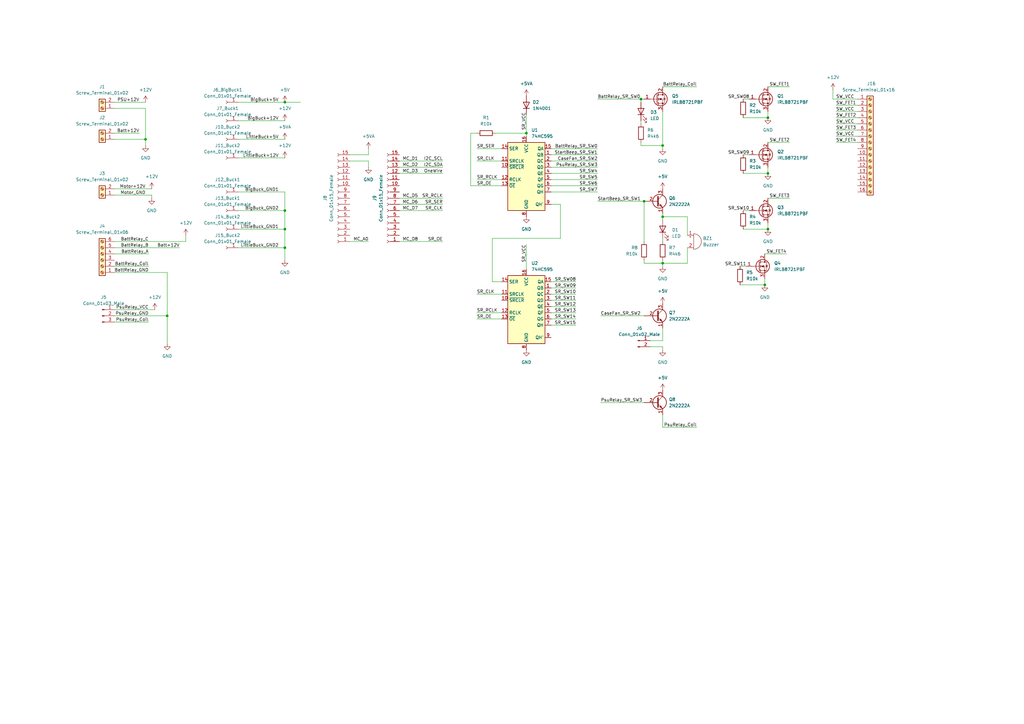
<source format=kicad_sch>
(kicad_sch (version 20211123) (generator eeschema)
  (paper "A3")
  (lib_symbols
    (symbol "74xx:74HC595"
      (property "Reference" "U" (at -7.62 13.97 0))
      (property "Value" "74HC595" (at -7.62 -16.51 0))
      (symbol "74HC595_1_0"
        (pin tri_state line (at 10.16 7.62 180) (length 2.54) (name "QB") (number "1"))
        (pin input line (at -10.16 2.54 0) (length 2.54) (name "~{SRCLR}") (number "10"))
        (pin input line (at -10.16 5.08 0) (length 2.54) (name "SRCLK") (number "11"))
        (pin input line (at -10.16 -2.54 0) (length 2.54) (name "RCLK") (number "12"))
        (pin input line (at -10.16 -5.08 0) (length 2.54) (name "~{OE}") (number "13"))
        (pin input line (at -10.16 10.16 0) (length 2.54) (name "SER") (number "14"))
        (pin tri_state line (at 10.16 10.16 180) (length 2.54) (name "QA") (number "15"))
        (pin power_in line (at 0 15.24 270) (length 2.54) (name "VCC") (number "16"))
        (pin tri_state line (at 10.16 5.08 180) (length 2.54) (name "QC") (number "2"))
        (pin tri_state line (at 10.16 2.54 180) (length 2.54) (name "QD") (number "3"))
        (pin tri_state line (at 10.16 0 180) (length 2.54) (name "QE") (number "4"))
        (pin tri_state line (at 10.16 -2.54 180) (length 2.54) (name "QF") (number "5"))
        (pin tri_state line (at 10.16 -5.08 180) (length 2.54) (name "QG") (number "6"))
        (pin tri_state line (at 10.16 -7.62 180) (length 2.54) (name "QH") (number "7"))
        (pin power_in line (at 0 -17.78 90) (length 2.54) (name "GND") (number "8"))
        (pin output line (at 10.16 -12.7 180) (length 2.54) (name "QH'") (number "9"))
      )
      (symbol "74HC595_1_1"
        (rectangle (start -7.62 12.7) (end 7.62 -15.24) (stroke (width 0.254)) (fill (type background)))
      )
    )
    (symbol "Connector:Conn_01x01_Female" (pin_names (offset 1.016) hide)
      (property "Reference" "J" (at 0 2.54 0))
      (property "Value" "Conn_01x01_Female" (at 0 -2.54 0))
      (symbol "Conn_01x01_Female_1_1"
        (polyline (pts (xy -1.27 0) (xy -0.508 0)) (stroke (width 0.1524)))
        (arc (start 0 0.508) (mid -0.508 0) (end 0 -0.508) (stroke (width 0.1524)))
        (pin passive line (at -5.08 0 0) (length 3.81) (name "Pin_1") (number "1"))
      )
    )
    (symbol "Connector:Conn_01x02_Male" (pin_names (offset 1.016) hide)
      (property "Reference" "J" (at 0 2.54 0))
      (property "Value" "Conn_01x02_Male" (at 0 -5.08 0))
      (symbol "Conn_01x02_Male_1_1"
        (polyline (pts (xy 1.27 -2.54) (xy 0.8636 -2.54)) (stroke (width 0.1524)))
        (polyline (pts (xy 1.27 0) (xy 0.8636 0)) (stroke (width 0.1524)))
        (rectangle (start 0.8636 -2.413) (end 0 -2.667) (stroke (width 0.1524)) (fill (type outline)))
        (rectangle (start 0.8636 0.127) (end 0 -0.127) (stroke (width 0.1524)) (fill (type outline)))
        (pin passive line (at 5.08 0 180) (length 3.81) (name "Pin_1") (number "1"))
        (pin passive line (at 5.08 -2.54 180) (length 3.81) (name "Pin_2") (number "2"))
      )
    )
    (symbol "Connector:Conn_01x03_Male" (pin_names (offset 1.016) hide)
      (property "Reference" "J" (at 0 5.08 0))
      (property "Value" "Conn_01x03_Male" (at 0 -5.08 0))
      (symbol "Conn_01x03_Male_1_1"
        (polyline (pts (xy 1.27 -2.54) (xy 0.8636 -2.54)) (stroke (width 0.1524)))
        (polyline (pts (xy 1.27 0) (xy 0.8636 0)) (stroke (width 0.1524)))
        (polyline (pts (xy 1.27 2.54) (xy 0.8636 2.54)) (stroke (width 0.1524)))
        (rectangle (start 0.8636 -2.413) (end 0 -2.667) (stroke (width 0.1524)) (fill (type outline)))
        (rectangle (start 0.8636 0.127) (end 0 -0.127) (stroke (width 0.1524)) (fill (type outline)))
        (rectangle (start 0.8636 2.667) (end 0 2.413) (stroke (width 0.1524)) (fill (type outline)))
        (pin passive line (at 5.08 2.54 180) (length 3.81) (name "Pin_1") (number "1"))
        (pin passive line (at 5.08 0 180) (length 3.81) (name "Pin_2") (number "2"))
        (pin passive line (at 5.08 -2.54 180) (length 3.81) (name "Pin_3") (number "3"))
      )
    )
    (symbol "Connector:Conn_01x15_Female" (pin_names (offset 1.016) hide)
      (property "Reference" "J" (at 0 20.32 0))
      (property "Value" "Conn_01x15_Female" (at 0 -20.32 0))
      (symbol "Conn_01x15_Female_1_1"
        (arc (start 0 -17.272) (mid -0.508 -17.78) (end 0 -18.288) (stroke (width 0.1524)))
        (arc (start 0 -14.732) (mid -0.508 -15.24) (end 0 -15.748) (stroke (width 0.1524)))
        (arc (start 0 -12.192) (mid -0.508 -12.7) (end 0 -13.208) (stroke (width 0.1524)))
        (arc (start 0 -9.652) (mid -0.508 -10.16) (end 0 -10.668) (stroke (width 0.1524)))
        (arc (start 0 -7.112) (mid -0.508 -7.62) (end 0 -8.128) (stroke (width 0.1524)))
        (arc (start 0 -4.572) (mid -0.508 -5.08) (end 0 -5.588) (stroke (width 0.1524)))
        (arc (start 0 -2.032) (mid -0.508 -2.54) (end 0 -3.048) (stroke (width 0.1524)))
        (polyline (pts (xy -1.27 -17.78) (xy -0.508 -17.78)) (stroke (width 0.1524)))
        (polyline (pts (xy -1.27 -15.24) (xy -0.508 -15.24)) (stroke (width 0.1524)))
        (polyline (pts (xy -1.27 -12.7) (xy -0.508 -12.7)) (stroke (width 0.1524)))
        (polyline (pts (xy -1.27 -10.16) (xy -0.508 -10.16)) (stroke (width 0.1524)))
        (polyline (pts (xy -1.27 -7.62) (xy -0.508 -7.62)) (stroke (width 0.1524)))
        (polyline (pts (xy -1.27 -5.08) (xy -0.508 -5.08)) (stroke (width 0.1524)))
        (polyline (pts (xy -1.27 -2.54) (xy -0.508 -2.54)) (stroke (width 0.1524)))
        (polyline (pts (xy -1.27 0) (xy -0.508 0)) (stroke (width 0.1524)))
        (polyline (pts (xy -1.27 2.54) (xy -0.508 2.54)) (stroke (width 0.1524)))
        (polyline (pts (xy -1.27 5.08) (xy -0.508 5.08)) (stroke (width 0.1524)))
        (polyline (pts (xy -1.27 7.62) (xy -0.508 7.62)) (stroke (width 0.1524)))
        (polyline (pts (xy -1.27 10.16) (xy -0.508 10.16)) (stroke (width 0.1524)))
        (polyline (pts (xy -1.27 12.7) (xy -0.508 12.7)) (stroke (width 0.1524)))
        (polyline (pts (xy -1.27 15.24) (xy -0.508 15.24)) (stroke (width 0.1524)))
        (polyline (pts (xy -1.27 17.78) (xy -0.508 17.78)) (stroke (width 0.1524)))
        (arc (start 0 0.508) (mid -0.508 0) (end 0 -0.508) (stroke (width 0.1524)))
        (arc (start 0 3.048) (mid -0.508 2.54) (end 0 2.032) (stroke (width 0.1524)))
        (arc (start 0 5.588) (mid -0.508 5.08) (end 0 4.572) (stroke (width 0.1524)))
        (arc (start 0 8.128) (mid -0.508 7.62) (end 0 7.112) (stroke (width 0.1524)))
        (arc (start 0 10.668) (mid -0.508 10.16) (end 0 9.652) (stroke (width 0.1524)))
        (arc (start 0 13.208) (mid -0.508 12.7) (end 0 12.192) (stroke (width 0.1524)))
        (arc (start 0 15.748) (mid -0.508 15.24) (end 0 14.732) (stroke (width 0.1524)))
        (arc (start 0 18.288) (mid -0.508 17.78) (end 0 17.272) (stroke (width 0.1524)))
        (pin passive line (at -5.08 17.78 0) (length 3.81) (name "Pin_1") (number "1"))
        (pin passive line (at -5.08 -5.08 0) (length 3.81) (name "Pin_10") (number "10"))
        (pin passive line (at -5.08 -7.62 0) (length 3.81) (name "Pin_11") (number "11"))
        (pin passive line (at -5.08 -10.16 0) (length 3.81) (name "Pin_12") (number "12"))
        (pin passive line (at -5.08 -12.7 0) (length 3.81) (name "Pin_13") (number "13"))
        (pin passive line (at -5.08 -15.24 0) (length 3.81) (name "Pin_14") (number "14"))
        (pin passive line (at -5.08 -17.78 0) (length 3.81) (name "Pin_15") (number "15"))
        (pin passive line (at -5.08 15.24 0) (length 3.81) (name "Pin_2") (number "2"))
        (pin passive line (at -5.08 12.7 0) (length 3.81) (name "Pin_3") (number "3"))
        (pin passive line (at -5.08 10.16 0) (length 3.81) (name "Pin_4") (number "4"))
        (pin passive line (at -5.08 7.62 0) (length 3.81) (name "Pin_5") (number "5"))
        (pin passive line (at -5.08 5.08 0) (length 3.81) (name "Pin_6") (number "6"))
        (pin passive line (at -5.08 2.54 0) (length 3.81) (name "Pin_7") (number "7"))
        (pin passive line (at -5.08 0 0) (length 3.81) (name "Pin_8") (number "8"))
        (pin passive line (at -5.08 -2.54 0) (length 3.81) (name "Pin_9") (number "9"))
      )
    )
    (symbol "Connector:Screw_Terminal_01x02" (pin_names (offset 1.016) hide)
      (property "Reference" "J" (at 0 2.54 0))
      (property "Value" "Screw_Terminal_01x02" (at 0 -5.08 0))
      (symbol "Screw_Terminal_01x02_1_1"
        (rectangle (start -1.27 1.27) (end 1.27 -3.81) (stroke (width 0.254)) (fill (type background)))
        (circle (center 0 -2.54) (radius 0.635) (stroke (width 0.1524)))
        (polyline (pts (xy -0.5334 -2.2098) (xy 0.3302 -3.048)) (stroke (width 0.1524)))
        (polyline (pts (xy -0.5334 0.3302) (xy 0.3302 -0.508)) (stroke (width 0.1524)))
        (polyline (pts (xy -0.3556 -2.032) (xy 0.508 -2.8702)) (stroke (width 0.1524)))
        (polyline (pts (xy -0.3556 0.508) (xy 0.508 -0.3302)) (stroke (width 0.1524)))
        (circle (center 0 0) (radius 0.635) (stroke (width 0.1524)))
        (pin passive line (at -5.08 0 0) (length 3.81) (name "Pin_1") (number "1"))
        (pin passive line (at -5.08 -2.54 0) (length 3.81) (name "Pin_2") (number "2"))
      )
    )
    (symbol "Connector:Screw_Terminal_01x06" (pin_names (offset 1.016) hide)
      (property "Reference" "J" (at 0 7.62 0))
      (property "Value" "Screw_Terminal_01x06" (at 0 -10.16 0))
      (symbol "Screw_Terminal_01x06_1_1"
        (rectangle (start -1.27 6.35) (end 1.27 -8.89) (stroke (width 0.254)) (fill (type background)))
        (circle (center 0 -7.62) (radius 0.635) (stroke (width 0.1524)))
        (circle (center 0 -5.08) (radius 0.635) (stroke (width 0.1524)))
        (circle (center 0 -2.54) (radius 0.635) (stroke (width 0.1524)))
        (polyline (pts (xy -0.5334 -7.2898) (xy 0.3302 -8.128)) (stroke (width 0.1524)))
        (polyline (pts (xy -0.5334 -4.7498) (xy 0.3302 -5.588)) (stroke (width 0.1524)))
        (polyline (pts (xy -0.5334 -2.2098) (xy 0.3302 -3.048)) (stroke (width 0.1524)))
        (polyline (pts (xy -0.5334 0.3302) (xy 0.3302 -0.508)) (stroke (width 0.1524)))
        (polyline (pts (xy -0.5334 2.8702) (xy 0.3302 2.032)) (stroke (width 0.1524)))
        (polyline (pts (xy -0.5334 5.4102) (xy 0.3302 4.572)) (stroke (width 0.1524)))
        (polyline (pts (xy -0.3556 -7.112) (xy 0.508 -7.9502)) (stroke (width 0.1524)))
        (polyline (pts (xy -0.3556 -4.572) (xy 0.508 -5.4102)) (stroke (width 0.1524)))
        (polyline (pts (xy -0.3556 -2.032) (xy 0.508 -2.8702)) (stroke (width 0.1524)))
        (polyline (pts (xy -0.3556 0.508) (xy 0.508 -0.3302)) (stroke (width 0.1524)))
        (polyline (pts (xy -0.3556 3.048) (xy 0.508 2.2098)) (stroke (width 0.1524)))
        (polyline (pts (xy -0.3556 5.588) (xy 0.508 4.7498)) (stroke (width 0.1524)))
        (circle (center 0 0) (radius 0.635) (stroke (width 0.1524)))
        (circle (center 0 2.54) (radius 0.635) (stroke (width 0.1524)))
        (circle (center 0 5.08) (radius 0.635) (stroke (width 0.1524)))
        (pin passive line (at -5.08 5.08 0) (length 3.81) (name "Pin_1") (number "1"))
        (pin passive line (at -5.08 2.54 0) (length 3.81) (name "Pin_2") (number "2"))
        (pin passive line (at -5.08 0 0) (length 3.81) (name "Pin_3") (number "3"))
        (pin passive line (at -5.08 -2.54 0) (length 3.81) (name "Pin_4") (number "4"))
        (pin passive line (at -5.08 -5.08 0) (length 3.81) (name "Pin_5") (number "5"))
        (pin passive line (at -5.08 -7.62 0) (length 3.81) (name "Pin_6") (number "6"))
      )
    )
    (symbol "Connector:Screw_Terminal_01x16" (pin_names (offset 1.016) hide)
      (property "Reference" "J" (at 0 20.32 0))
      (property "Value" "Screw_Terminal_01x16" (at 0 -22.86 0))
      (symbol "Screw_Terminal_01x16_1_1"
        (rectangle (start -1.27 19.05) (end 1.27 -21.59) (stroke (width 0.254)) (fill (type background)))
        (circle (center 0 -20.32) (radius 0.635) (stroke (width 0.1524)))
        (circle (center 0 -17.78) (radius 0.635) (stroke (width 0.1524)))
        (circle (center 0 -15.24) (radius 0.635) (stroke (width 0.1524)))
        (circle (center 0 -12.7) (radius 0.635) (stroke (width 0.1524)))
        (circle (center 0 -10.16) (radius 0.635) (stroke (width 0.1524)))
        (circle (center 0 -7.62) (radius 0.635) (stroke (width 0.1524)))
        (circle (center 0 -5.08) (radius 0.635) (stroke (width 0.1524)))
        (circle (center 0 -2.54) (radius 0.635) (stroke (width 0.1524)))
        (polyline (pts (xy -0.5334 -19.9898) (xy 0.3302 -20.828)) (stroke (width 0.1524)))
        (polyline (pts (xy -0.5334 -17.4498) (xy 0.3302 -18.288)) (stroke (width 0.1524)))
        (polyline (pts (xy -0.5334 -14.9098) (xy 0.3302 -15.748)) (stroke (width 0.1524)))
        (polyline (pts (xy -0.5334 -12.3698) (xy 0.3302 -13.208)) (stroke (width 0.1524)))
        (polyline (pts (xy -0.5334 -9.8298) (xy 0.3302 -10.668)) (stroke (width 0.1524)))
        (polyline (pts (xy -0.5334 -7.2898) (xy 0.3302 -8.128)) (stroke (width 0.1524)))
        (polyline (pts (xy -0.5334 -4.7498) (xy 0.3302 -5.588)) (stroke (width 0.1524)))
        (polyline (pts (xy -0.5334 -2.2098) (xy 0.3302 -3.048)) (stroke (width 0.1524)))
        (polyline (pts (xy -0.5334 0.3302) (xy 0.3302 -0.508)) (stroke (width 0.1524)))
        (polyline (pts (xy -0.5334 2.8702) (xy 0.3302 2.032)) (stroke (width 0.1524)))
        (polyline (pts (xy -0.5334 5.4102) (xy 0.3302 4.572)) (stroke (width 0.1524)))
        (polyline (pts (xy -0.5334 7.9502) (xy 0.3302 7.112)) (stroke (width 0.1524)))
        (polyline (pts (xy -0.5334 10.4902) (xy 0.3302 9.652)) (stroke (width 0.1524)))
        (polyline (pts (xy -0.5334 13.0302) (xy 0.3302 12.192)) (stroke (width 0.1524)))
        (polyline (pts (xy -0.5334 15.5702) (xy 0.3302 14.732)) (stroke (width 0.1524)))
        (polyline (pts (xy -0.5334 18.1102) (xy 0.3302 17.272)) (stroke (width 0.1524)))
        (polyline (pts (xy -0.3556 -19.812) (xy 0.508 -20.6502)) (stroke (width 0.1524)))
        (polyline (pts (xy -0.3556 -17.272) (xy 0.508 -18.1102)) (stroke (width 0.1524)))
        (polyline (pts (xy -0.3556 -14.732) (xy 0.508 -15.5702)) (stroke (width 0.1524)))
        (polyline (pts (xy -0.3556 -12.192) (xy 0.508 -13.0302)) (stroke (width 0.1524)))
        (polyline (pts (xy -0.3556 -9.652) (xy 0.508 -10.4902)) (stroke (width 0.1524)))
        (polyline (pts (xy -0.3556 -7.112) (xy 0.508 -7.9502)) (stroke (width 0.1524)))
        (polyline (pts (xy -0.3556 -4.572) (xy 0.508 -5.4102)) (stroke (width 0.1524)))
        (polyline (pts (xy -0.3556 -2.032) (xy 0.508 -2.8702)) (stroke (width 0.1524)))
        (polyline (pts (xy -0.3556 0.508) (xy 0.508 -0.3302)) (stroke (width 0.1524)))
        (polyline (pts (xy -0.3556 3.048) (xy 0.508 2.2098)) (stroke (width 0.1524)))
        (polyline (pts (xy -0.3556 5.588) (xy 0.508 4.7498)) (stroke (width 0.1524)))
        (polyline (pts (xy -0.3556 8.128) (xy 0.508 7.2898)) (stroke (width 0.1524)))
        (polyline (pts (xy -0.3556 10.668) (xy 0.508 9.8298)) (stroke (width 0.1524)))
        (polyline (pts (xy -0.3556 13.208) (xy 0.508 12.3698)) (stroke (width 0.1524)))
        (polyline (pts (xy -0.3556 15.748) (xy 0.508 14.9098)) (stroke (width 0.1524)))
        (polyline (pts (xy -0.3556 18.288) (xy 0.508 17.4498)) (stroke (width 0.1524)))
        (circle (center 0 0) (radius 0.635) (stroke (width 0.1524)))
        (circle (center 0 2.54) (radius 0.635) (stroke (width 0.1524)))
        (circle (center 0 5.08) (radius 0.635) (stroke (width 0.1524)))
        (circle (center 0 7.62) (radius 0.635) (stroke (width 0.1524)))
        (circle (center 0 10.16) (radius 0.635) (stroke (width 0.1524)))
        (circle (center 0 12.7) (radius 0.635) (stroke (width 0.1524)))
        (circle (center 0 15.24) (radius 0.635) (stroke (width 0.1524)))
        (circle (center 0 17.78) (radius 0.635) (stroke (width 0.1524)))
        (pin passive line (at -5.08 17.78 0) (length 3.81) (name "Pin_1") (number "1"))
        (pin passive line (at -5.08 -5.08 0) (length 3.81) (name "Pin_10") (number "10"))
        (pin passive line (at -5.08 -7.62 0) (length 3.81) (name "Pin_11") (number "11"))
        (pin passive line (at -5.08 -10.16 0) (length 3.81) (name "Pin_12") (number "12"))
        (pin passive line (at -5.08 -12.7 0) (length 3.81) (name "Pin_13") (number "13"))
        (pin passive line (at -5.08 -15.24 0) (length 3.81) (name "Pin_14") (number "14"))
        (pin passive line (at -5.08 -17.78 0) (length 3.81) (name "Pin_15") (number "15"))
        (pin passive line (at -5.08 -20.32 0) (length 3.81) (name "Pin_16") (number "16"))
        (pin passive line (at -5.08 15.24 0) (length 3.81) (name "Pin_2") (number "2"))
        (pin passive line (at -5.08 12.7 0) (length 3.81) (name "Pin_3") (number "3"))
        (pin passive line (at -5.08 10.16 0) (length 3.81) (name "Pin_4") (number "4"))
        (pin passive line (at -5.08 7.62 0) (length 3.81) (name "Pin_5") (number "5"))
        (pin passive line (at -5.08 5.08 0) (length 3.81) (name "Pin_6") (number "6"))
        (pin passive line (at -5.08 2.54 0) (length 3.81) (name "Pin_7") (number "7"))
        (pin passive line (at -5.08 0 0) (length 3.81) (name "Pin_8") (number "8"))
        (pin passive line (at -5.08 -2.54 0) (length 3.81) (name "Pin_9") (number "9"))
      )
    )
    (symbol "Device:Buzzer" (pin_names (offset 0.0254) hide)
      (property "Reference" "BZ" (at 3.81 1.27 0))
      (property "Value" "Buzzer" (at 3.81 -1.27 0))
      (symbol "Buzzer_0_1"
        (arc (start 0 -3.175) (mid 3.175 0) (end 0 3.175))
        (polyline (pts (xy -1.651 1.905) (xy -1.143 1.905)))
        (polyline (pts (xy -1.397 2.159) (xy -1.397 1.651)))
        (polyline (pts (xy 0 3.175) (xy 0 -3.175)))
      )
      (symbol "Buzzer_1_1"
        (pin passive line (at -2.54 2.54 0) (length 2.54) (name "-") (number "1"))
        (pin passive line (at -2.54 -2.54 0) (length 2.54) (name "+") (number "2"))
      )
    )
    (symbol "Device:LED" (pin_numbers hide) (pin_names (offset 1.016) hide)
      (property "Reference" "D" (at 0 2.54 0))
      (property "Value" "LED" (at 0 -2.54 0))
      (symbol "LED_0_1"
        (polyline (pts (xy -1.27 -1.27) (xy -1.27 1.27)) (stroke (width 0.254)))
        (polyline (pts (xy -1.27 0) (xy 1.27 0)))
        (polyline (pts (xy 1.27 -1.27) (xy 1.27 1.27) (xy -1.27 0) (xy 1.27 -1.27)) (stroke (width 0.254)))
        (polyline (pts (xy -3.048 -0.762) (xy -4.572 -2.286) (xy -3.81 -2.286) (xy -4.572 -2.286) (xy -4.572 -1.524)))
        (polyline (pts (xy -1.778 -0.762) (xy -3.302 -2.286) (xy -2.54 -2.286) (xy -3.302 -2.286) (xy -3.302 -1.524)))
      )
      (symbol "LED_1_1"
        (pin passive line (at -3.81 0 0) (length 2.54) (name "K") (number "1"))
        (pin passive line (at 3.81 0 180) (length 2.54) (name "A") (number "2"))
      )
    )
    (symbol "Device:R" (pin_numbers hide) (pin_names (offset 0))
      (property "Reference" "R" (at 2.032 0 90))
      (property "Value" "R" (at 0 0 90))
      (symbol "R_0_1"
        (rectangle (start -1.016 -2.54) (end 1.016 2.54) (stroke (width 0.254)))
      )
      (symbol "R_1_1"
        (pin passive line (at 0 3.81 270) (length 1.27) (name "~") (number "1"))
        (pin passive line (at 0 -3.81 90) (length 1.27) (name "~") (number "2"))
      )
    )
    (symbol "Diode:1N4001" (pin_numbers hide) (pin_names (offset 1.016) hide)
      (property "Reference" "D" (at 0 2.54 0))
      (property "Value" "1N4001" (at 0 -2.54 0))
      (symbol "1N4001_0_1"
        (polyline (pts (xy -1.27 1.27) (xy -1.27 -1.27)) (stroke (width 0.254)))
        (polyline (pts (xy 1.27 0) (xy -1.27 0)))
        (polyline (pts (xy 1.27 1.27) (xy 1.27 -1.27) (xy -1.27 0) (xy 1.27 1.27)) (stroke (width 0.254)))
      )
      (symbol "1N4001_1_1"
        (pin passive line (at -3.81 0 0) (length 2.54) (name "K") (number "1"))
        (pin passive line (at 3.81 0 180) (length 2.54) (name "A") (number "2"))
      )
    )
    (symbol "Nick:2N2222A" (pin_names (offset 0) hide)
      (property "Reference" "Q" (at 5.08 1.905 0))
      (property "Value" "2N2222A" (at 5.08 0 0))
      (symbol "2N2222A_0_1"
        (polyline (pts (xy 0.635 0.635) (xy 2.54 2.54)))
        (polyline (pts (xy 0.635 -0.635) (xy 2.54 -2.54) (xy 2.54 -2.54)))
        (polyline (pts (xy 0.635 1.905) (xy 0.635 -1.905) (xy 0.635 -1.905)) (stroke (width 0.508)))
        (polyline (pts (xy 1.27 -1.778) (xy 1.778 -1.27) (xy 2.286 -2.286) (xy 1.27 -1.778) (xy 1.27 -1.778)) (fill (type outline)))
        (circle (center 1.27 0) (radius 2.8194) (stroke (width 0.254)))
      )
      (symbol "2N2222A_1_1"
        (pin passive line (at 2.54 -5.08 90) (length 2.54) (name "E") (number "1"))
        (pin passive line (at -5.08 0 0) (length 5.715) (name "B") (number "2"))
        (pin passive line (at 2.54 5.08 270) (length 2.54) (name "C") (number "3"))
      )
    )
    (symbol "Transistor_FET:IRLB8721PBF" (pin_names hide)
      (property "Reference" "Q" (at 6.35 1.905 0))
      (property "Value" "IRLB8721PBF" (at 6.35 0 0))
      (symbol "IRLB8721PBF_0_1"
        (polyline (pts (xy 0.254 0) (xy -2.54 0)))
        (polyline (pts (xy 0.254 1.905) (xy 0.254 -1.905)) (stroke (width 0.254)))
        (polyline (pts (xy 0.762 -1.27) (xy 0.762 -2.286)) (stroke (width 0.254)))
        (polyline (pts (xy 0.762 0.508) (xy 0.762 -0.508)) (stroke (width 0.254)))
        (polyline (pts (xy 0.762 2.286) (xy 0.762 1.27)) (stroke (width 0.254)))
        (polyline (pts (xy 2.54 2.54) (xy 2.54 1.778)))
        (polyline (pts (xy 2.54 -2.54) (xy 2.54 0) (xy 0.762 0)))
        (polyline (pts (xy 0.762 -1.778) (xy 3.302 -1.778) (xy 3.302 1.778) (xy 0.762 1.778)))
        (polyline (pts (xy 1.016 0) (xy 2.032 0.381) (xy 2.032 -0.381) (xy 1.016 0)) (fill (type outline)))
        (polyline (pts (xy 2.794 0.508) (xy 2.921 0.381) (xy 3.683 0.381) (xy 3.81 0.254)))
        (polyline (pts (xy 3.302 0.381) (xy 2.921 -0.254) (xy 3.683 -0.254) (xy 3.302 0.381)))
        (circle (center 1.651 0) (radius 2.794) (stroke (width 0.254)))
        (circle (center 2.54 -1.778) (radius 0.254) (fill (type outline)))
        (circle (center 2.54 1.778) (radius 0.254) (fill (type outline)))
      )
      (symbol "IRLB8721PBF_1_1"
        (pin input line (at -5.08 0 0) (length 2.54) (name "G") (number "1"))
        (pin passive line (at 2.54 5.08 270) (length 2.54) (name "D") (number "2"))
        (pin passive line (at 2.54 -5.08 90) (length 2.54) (name "S") (number "3"))
      )
    )
    (symbol "power:+12V" (power) (pin_names (offset 0))
      (property "Value" "+12V" (at 0 3.556 0))
      (symbol "+12V_0_1"
        (polyline (pts (xy -0.762 1.27) (xy 0 2.54)))
        (polyline (pts (xy 0 0) (xy 0 2.54)))
        (polyline (pts (xy 0 2.54) (xy 0.762 1.27)))
      )
      (symbol "+12V_1_1"
        (pin power_in line (at 0 0 90) (length 0) hide (name "+12V") (number "1"))
      )
    )
    (symbol "power:+5V" (power) (pin_names (offset 0))
      (property "Value" "+5V" (at 0 3.556 0))
      (symbol "+5V_0_1"
        (polyline (pts (xy -0.762 1.27) (xy 0 2.54)))
        (polyline (pts (xy 0 0) (xy 0 2.54)))
        (polyline (pts (xy 0 2.54) (xy 0.762 1.27)))
      )
      (symbol "+5V_1_1"
        (pin power_in line (at 0 0 90) (length 0) hide (name "+5V") (number "1"))
      )
    )
    (symbol "power:+5VA" (power) (pin_names (offset 0))
      (property "Value" "+5VA" (at 0 3.556 0))
      (symbol "+5VA_0_1"
        (polyline (pts (xy -0.762 1.27) (xy 0 2.54)))
        (polyline (pts (xy 0 0) (xy 0 2.54)))
        (polyline (pts (xy 0 2.54) (xy 0.762 1.27)))
      )
      (symbol "+5VA_1_1"
        (pin power_in line (at 0 0 90) (length 0) hide (name "+5VA") (number "1"))
      )
    )
    (symbol "power:GND" (power) (pin_names (offset 0))
      (property "Value" "GND" (at 0 -3.81 0))
      (symbol "GND_0_1"
        (polyline (pts (xy 0 0) (xy 0 -1.27) (xy 1.27 -1.27) (xy 0 -2.54) (xy -1.27 -1.27) (xy 0 -1.27)))
      )
      (symbol "GND_1_1"
        (pin power_in line (at 0 0 270) (length 0) hide (name "GND") (number "1"))
      )
    )
  )
  (junction (at 116.84 86.36))
  (junction (at 262.89 40.64))
  (junction (at 314.96 48.26))
  (junction (at 59.69 57.15))
  (junction (at 271.78 88.9))
  (junction (at 68.58 129.54))
  (junction (at 271.78 59.69))
  (junction (at 313.69 116.84))
  (junction (at 314.96 71.12))
  (junction (at 116.84 101.6))
  (junction (at 271.78 107.95))
  (junction (at 116.84 93.98))
  (junction (at 264.16 82.55))
  (junction (at 116.84 41.91))
  (junction (at 314.96 93.98))
  (junction (at 215.9 54.61))
  (wire (pts (xy 59.69 44.45) (xy 59.69 57.15)))
  (wire (pts (xy 271.78 175.26) (xy 285.75 175.26)))
  (wire (pts (xy 163.83 83.82) (xy 181.61 83.82)))
  (wire (pts (xy 195.58 130.81) (xy 205.74 130.81)))
  (wire (pts (xy 262.89 58.42) (xy 262.89 59.69)))
  (wire (pts (xy 271.78 88.9) (xy 271.78 87.63)))
  (wire (pts (xy 46.99 41.91) (xy 59.69 41.91)))
  (wire (pts (xy 229.87 97.79) (xy 201.93 97.79)))
  (wire (pts (xy 271.78 88.9) (xy 281.94 88.9)))
  (wire (pts (xy 264.16 82.55) (xy 264.16 99.06)))
  (wire (pts (xy 271.78 99.06) (xy 271.78 97.79)))
  (wire (pts (xy 266.7 142.24) (xy 271.78 142.24)))
  (wire (pts (xy 271.78 142.24) (xy 271.78 143.51)))
  (wire (pts (xy 151.13 66.04) (xy 151.13 68.58)))
  (wire (pts (xy 143.51 99.06) (xy 151.13 99.06)))
  (wire (pts (xy 246.38 129.54) (xy 264.16 129.54)))
  (wire (pts (xy 97.79 57.15) (xy 116.84 57.15)))
  (wire (pts (xy 226.06 125.73) (xy 236.22 125.73)))
  (wire (pts (xy 116.84 86.36) (xy 116.84 93.98)))
  (wire (pts (xy 245.11 82.55) (xy 264.16 82.55)))
  (wire (pts (xy 342.9 48.26) (xy 351.79 48.26)))
  (wire (pts (xy 226.06 60.96) (xy 245.11 60.96)))
  (wire (pts (xy 97.79 93.98) (xy 116.84 93.98)))
  (wire (pts (xy 264.16 107.95) (xy 271.78 107.95)))
  (wire (pts (xy 116.84 41.91) (xy 123.19 41.91)))
  (wire (pts (xy 226.06 120.65) (xy 236.22 120.65)))
  (wire (pts (xy 271.78 45.72) (xy 271.78 59.69)))
  (wire (pts (xy 307.34 86.36) (xy 304.8 86.36)))
  (wire (pts (xy 307.34 40.64) (xy 304.8 40.64)))
  (wire (pts (xy 116.84 93.98) (xy 116.84 101.6)))
  (wire (pts (xy 97.79 64.77) (xy 116.84 64.77)))
  (wire (pts (xy 226.06 66.04) (xy 245.11 66.04)))
  (wire (pts (xy 203.2 54.61) (xy 215.9 54.61)))
  (wire (pts (xy 151.13 63.5) (xy 151.13 60.96)))
  (wire (pts (xy 306.07 109.22) (xy 303.53 109.22)))
  (wire (pts (xy 46.99 80.01) (xy 62.23 80.01)))
  (wire (pts (xy 245.11 40.64) (xy 262.89 40.64)))
  (wire (pts (xy 97.79 49.53) (xy 116.84 49.53)))
  (wire (pts (xy 226.06 63.5) (xy 245.11 63.5)))
  (wire (pts (xy 215.9 46.99) (xy 215.9 54.61)))
  (wire (pts (xy 226.06 118.11) (xy 236.22 118.11)))
  (wire (pts (xy 226.06 130.81) (xy 236.22 130.81)))
  (wire (pts (xy 313.69 104.14) (xy 322.58 104.14)))
  (wire (pts (xy 226.06 83.82) (xy 229.87 83.82)))
  (wire (pts (xy 193.04 54.61) (xy 193.04 76.2)))
  (wire (pts (xy 271.78 90.17) (xy 271.78 88.9)))
  (wire (pts (xy 226.06 71.12) (xy 245.11 71.12)))
  (wire (pts (xy 262.89 40.64) (xy 264.16 40.64)))
  (wire (pts (xy 163.83 86.36) (xy 181.61 86.36)))
  (wire (pts (xy 246.38 165.1) (xy 264.16 165.1)))
  (wire (pts (xy 342.9 55.88) (xy 351.79 55.88)))
  (wire (pts (xy 271.78 109.22) (xy 271.78 107.95)))
  (wire (pts (xy 226.06 73.66) (xy 245.11 73.66)))
  (wire (pts (xy 163.83 99.06) (xy 181.61 99.06)))
  (wire (pts (xy 46.99 44.45) (xy 59.69 44.45)))
  (wire (pts (xy 271.78 139.7) (xy 266.7 139.7)))
  (wire (pts (xy 342.9 58.42) (xy 351.79 58.42)))
  (wire (pts (xy 163.83 68.58) (xy 181.61 68.58)))
  (wire (pts (xy 97.79 78.74) (xy 116.84 78.74)))
  (wire (pts (xy 59.69 57.15) (xy 59.69 59.69)))
  (wire (pts (xy 341.63 36.83) (xy 341.63 40.64)))
  (wire (pts (xy 271.78 107.95) (xy 281.94 107.95)))
  (wire (pts (xy 271.78 35.56) (xy 285.75 35.56)))
  (wire (pts (xy 195.58 60.96) (xy 205.74 60.96)))
  (wire (pts (xy 342.9 50.8) (xy 351.79 50.8)))
  (wire (pts (xy 226.06 128.27) (xy 236.22 128.27)))
  (wire (pts (xy 307.34 63.5) (xy 304.8 63.5)))
  (wire (pts (xy 281.94 101.6) (xy 281.94 107.95)))
  (wire (pts (xy 62.23 80.01) (xy 62.23 81.28)))
  (wire (pts (xy 163.83 71.12) (xy 181.61 71.12)))
  (wire (pts (xy 262.89 49.53) (xy 262.89 50.8)))
  (wire (pts (xy 143.51 63.5) (xy 151.13 63.5)))
  (wire (pts (xy 226.06 133.35) (xy 236.22 133.35)))
  (wire (pts (xy 46.99 57.15) (xy 59.69 57.15)))
  (wire (pts (xy 46.99 127) (xy 63.5 127)))
  (wire (pts (xy 281.94 88.9) (xy 281.94 96.52)))
  (wire (pts (xy 303.53 116.84) (xy 313.69 116.84)))
  (wire (pts (xy 314.96 93.98) (xy 314.96 91.44)))
  (wire (pts (xy 76.2 96.52) (xy 76.2 99.06)))
  (wire (pts (xy 195.58 120.65) (xy 205.74 120.65)))
  (wire (pts (xy 304.8 48.26) (xy 314.96 48.26)))
  (wire (pts (xy 195.58 54.61) (xy 193.04 54.61)))
  (wire (pts (xy 314.96 58.42) (xy 323.85 58.42)))
  (wire (pts (xy 195.58 73.66) (xy 205.74 73.66)))
  (wire (pts (xy 195.58 128.27) (xy 205.74 128.27)))
  (wire (pts (xy 46.99 129.54) (xy 68.58 129.54)))
  (wire (pts (xy 116.84 101.6) (xy 116.84 106.68)))
  (wire (pts (xy 229.87 83.82) (xy 229.87 97.79)))
  (wire (pts (xy 46.99 104.14) (xy 60.96 104.14)))
  (wire (pts (xy 342.9 45.72) (xy 351.79 45.72)))
  (wire (pts (xy 97.79 86.36) (xy 116.84 86.36)))
  (wire (pts (xy 201.93 97.79) (xy 201.93 115.57)))
  (wire (pts (xy 314.96 71.12) (xy 314.96 68.58)))
  (wire (pts (xy 116.84 78.74) (xy 116.84 86.36)))
  (wire (pts (xy 143.51 66.04) (xy 151.13 66.04)))
  (wire (pts (xy 262.89 41.91) (xy 262.89 40.64)))
  (wire (pts (xy 262.89 59.69) (xy 271.78 59.69)))
  (wire (pts (xy 341.63 40.64) (xy 351.79 40.64)))
  (wire (pts (xy 226.06 76.2) (xy 245.11 76.2)))
  (wire (pts (xy 226.06 78.74) (xy 245.11 78.74)))
  (wire (pts (xy 304.8 71.12) (xy 314.96 71.12)))
  (wire (pts (xy 46.99 109.22) (xy 60.96 109.22)))
  (wire (pts (xy 46.99 101.6) (xy 73.66 101.6)))
  (wire (pts (xy 226.06 123.19) (xy 236.22 123.19)))
  (wire (pts (xy 342.9 43.18) (xy 351.79 43.18)))
  (wire (pts (xy 215.9 54.61) (xy 215.9 55.88)))
  (wire (pts (xy 46.99 54.61) (xy 57.15 54.61)))
  (wire (pts (xy 97.79 101.6) (xy 116.84 101.6)))
  (wire (pts (xy 193.04 76.2) (xy 205.74 76.2)))
  (wire (pts (xy 97.79 41.91) (xy 116.84 41.91)))
  (wire (pts (xy 323.85 35.56) (xy 314.96 35.56)))
  (wire (pts (xy 195.58 66.04) (xy 205.74 66.04)))
  (wire (pts (xy 46.99 99.06) (xy 76.2 99.06)))
  (wire (pts (xy 271.78 59.69) (xy 271.78 60.96)))
  (wire (pts (xy 215.9 100.33) (xy 215.9 110.49)))
  (wire (pts (xy 163.83 66.04) (xy 181.61 66.04)))
  (wire (pts (xy 201.93 115.57) (xy 205.74 115.57)))
  (wire (pts (xy 313.69 116.84) (xy 313.69 114.3)))
  (wire (pts (xy 271.78 134.62) (xy 271.78 139.7)))
  (wire (pts (xy 163.83 81.28) (xy 181.61 81.28)))
  (wire (pts (xy 342.9 53.34) (xy 351.79 53.34)))
  (wire (pts (xy 68.58 129.54) (xy 68.58 111.76)))
  (wire (pts (xy 314.96 48.26) (xy 314.96 45.72)))
  (wire (pts (xy 226.06 68.58) (xy 245.11 68.58)))
  (wire (pts (xy 271.78 107.95) (xy 271.78 106.68)))
  (wire (pts (xy 304.8 93.98) (xy 314.96 93.98)))
  (wire (pts (xy 46.99 111.76) (xy 68.58 111.76)))
  (wire (pts (xy 46.99 77.47) (xy 62.23 77.47)))
  (wire (pts (xy 314.96 81.28) (xy 323.85 81.28)))
  (wire (pts (xy 68.58 140.97) (xy 68.58 129.54)))
  (wire (pts (xy 226.06 115.57) (xy 236.22 115.57)))
  (wire (pts (xy 271.78 170.18) (xy 271.78 175.26)))
  (wire (pts (xy 46.99 132.08) (xy 60.96 132.08)))
  (wire (pts (xy 264.16 106.68) (xy 264.16 107.95)))
  (label "PsuRelay_GND" (at 60.96 129.54 180))
  (label "SR_RCLK" (at 195.58 128.27 0))
  (label "MC_D8" (at 171.45 99.06 180))
  (label "PSU+12V" (at 57.15 41.91 180))
  (label "SW_FET3" (at 323.85 81.28 180))
  (label "SW_FET4" (at 322.58 104.14 180))
  (label "SR_SW6" (at 245.11 76.2 180))
  (label "Batt+12V" (at 57.15 54.61 180))
  (label "LittleBuck_GND2" (at 114.3 101.6 180))
  (label "SR_SW08" (at 236.22 115.57 180))
  (label "SR_SW09" (at 236.22 118.11 180))
  (label "SR_RCLK" (at 195.58 73.66 0))
  (label "SW_FET1" (at 342.9 43.18 0))
  (label "BattRelay_B" (at 60.96 101.6 180))
  (label "SR_SW10" (at 307.34 86.36 180))
  (label "SR_SER" (at 181.61 83.82 180))
  (label "SR_SW7" (at 245.11 78.74 180))
  (label "MC_D7" (at 171.45 86.36 180))
  (label "MC_D1" (at 171.45 66.04 180))
  (label "SR_SW15" (at 236.22 133.35 180))
  (label "BigBuck_GND1" (at 114.3 78.74 180))
  (label "SR_SW11" (at 306.07 109.22 180))
  (label "BattRelay_A" (at 60.96 104.14 180))
  (label "SW_VCC" (at 342.9 55.88 0))
  (label "MC_D5" (at 171.45 81.28 180))
  (label "SW_VCC" (at 342.9 50.8 0))
  (label "MC_D6" (at 171.45 83.82 180))
  (label "BattRelay_Coil" (at 285.75 35.56 180))
  (label "BigBuck_GND2" (at 114.3 86.36 180))
  (label "MC_A0" (at 151.13 99.06 180))
  (label "SR_CLK" (at 195.58 120.65 0))
  (label "OneWire" (at 181.61 71.12 180))
  (label "PsuRelay_SR_SW3" (at 246.38 165.1 0))
  (label "BattRelay_Coil" (at 60.96 109.22 180))
  (label "SW_FET2" (at 323.85 58.42 180))
  (label "PsuRelay_VCC" (at 60.96 127 180))
  (label "SR_CLK" (at 195.58 66.04 0))
  (label "SR_SW4" (at 245.11 71.12 180))
  (label "StartBeep_SR_SW1" (at 245.11 63.5 180))
  (label "LittleBuck+5V" (at 114.3 57.15 180))
  (label "MC_D3" (at 171.45 71.12 180))
  (label "SW_FET3" (at 342.9 53.34 0))
  (label "PsuRelay_SR_SW3" (at 245.11 68.58 180))
  (label "CaseFan_SR_SW2" (at 246.38 129.54 0))
  (label "LittleBuck_GND1" (at 114.3 93.98 180))
  (label "PsuRelay_Coil" (at 285.75 175.26 180))
  (label "BigBuck+12V" (at 114.3 49.53 180))
  (label "SR_VCC" (at 215.9 100.33 270))
  (label "SR_SW13" (at 236.22 128.27 180))
  (label "I2C_SDA" (at 181.61 68.58 180))
  (label "Motor_GND" (at 59.69 80.01 180))
  (label "SR_SER" (at 195.58 60.96 0))
  (label "SR_SW09" (at 307.34 63.5 180))
  (label "BattRelay_SR_SW0" (at 245.11 60.96 180))
  (label "LittleBuck+12V" (at 114.3 64.77 180))
  (label "Batt+12V" (at 73.66 101.6 180))
  (label "SR_SW14" (at 236.22 130.81 180))
  (label "CaseFan_SR_SW2" (at 245.11 66.04 180))
  (label "PsuRelay_Coil" (at 60.96 132.08 180))
  (label "SW_FET1" (at 323.85 35.56 180))
  (label "BattRelay_C" (at 60.96 99.06 180))
  (label "StartBeep_SR_SW1" (at 245.11 82.55 0))
  (label "SR_OE" (at 195.58 130.81 0))
  (label "Motor+12V" (at 59.69 77.47 180))
  (label "SR_SW11" (at 236.22 123.19 180))
  (label "SR_RCLK" (at 181.61 81.28 180))
  (label "SR_SW5" (at 245.11 73.66 180))
  (label "BigBuck+5V" (at 114.3 41.91 180))
  (label "BattRelay_GND" (at 60.96 111.76 180))
  (label "SW_FET2" (at 342.9 48.26 0))
  (label "SR_SW12" (at 236.22 125.73 180))
  (label "SR_SW08" (at 307.34 40.64 180))
  (label "SW_VCC" (at 342.9 45.72 0))
  (label "SW_FET4" (at 342.9 58.42 0))
  (label "I2C_SCL" (at 181.61 66.04 180))
  (label "SW_VCC" (at 342.9 40.64 0))
  (label "SR_OE" (at 195.58 76.2 0))
  (label "BattRelay_SR_SW0" (at 245.11 40.64 0))
  (label "SR_OE" (at 181.61 99.06 180))
  (label "MC_D2" (at 171.45 68.58 180))
  (label "SR_VCC" (at 215.9 53.34 90))
  (label "SR_SW10" (at 236.22 120.65 180))
  (label "SR_CLK" (at 181.61 86.36 180))
  (symbol (lib_id "Connector:Conn_01x01_Female") (at 92.71 93.98 180) (unit 1)
    (property "Reference" "J14_Buck2" (at 93.345 88.9 0))
    (property "Value" "Conn_01x01_Female" (at 93.345 91.44 0))
    (property "Footprint" "Connector_PinHeader_2.54mm:PinHeader_1x01_P2.54mm_Vertical" (effects hide))
  )
  (symbol (lib_id "Device:R") (at 304.8 90.17 0) (unit 1)
    (property "Reference" "R4" (at 307.34 88.8999 0) (effects (justify left)))
    (property "Value" "R10k" (at 307.34 91.4399 0) (effects (justify left)))
    (property "Footprint" "Resistor_THT:R_Box_L8.4mm_W2.5mm_P5.08mm" (effects hide))
  )
  (symbol (lib_id "power:GND") (at 314.96 71.12 0) (unit 1)
    (property "Reference" "#PWR0122" (effects hide))
    (property "Value" "GND" (at 314.96 76.2 0))
  )
  (symbol (lib_id "Transistor_FET:IRLB8721PBF") (at 269.24 40.64 0) (unit 1)
    (property "Reference" "Q5" (at 275.59 39.3699 0) (effects (justify left)))
    (property "Value" "IRLB8721PBF" (at 275.59 41.9099 0) (effects (justify left)))
    (property "Footprint" "Package_TO_SOT_THT:TO-220-3_Vertical" (effects hide))
    (property "Datasheet" "http://www.infineon.com/dgdl/irlb8721pbf.pdf?fileId=5546d462533600a40153566056732591" (effects hide))
  )
  (symbol (lib_id "power:+5V") (at 116.84 41.91 0) (unit 1)
    (property "Reference" "#PWR0103" (effects hide))
    (property "Value" "+5V" (at 116.84 36.83 0))
  )
  (symbol (lib_id "power:+5VA") (at 116.84 57.15 0) (unit 1)
    (property "Reference" "#PWR0104" (effects hide))
    (property "Value" "+5VA" (at 116.84 52.07 0))
  )
  (symbol (lib_id "power:GND") (at 151.13 68.58 0) (unit 1)
    (property "Reference" "#PWR0109" (effects hide))
    (property "Value" "GND" (at 151.13 73.66 0))
  )
  (symbol (lib_id "74xx:74HC595") (at 215.9 125.73 0) (unit 1)
    (property "Reference" "U2" (at 217.9194 107.95 0) (effects (justify left)))
    (property "Value" "74HC595" (at 217.9194 110.49 0) (effects (justify left)))
    (property "Footprint" "Package_DIP:DIP-16_W7.62mm_Socket" (effects hide))
    (property "Datasheet" "http://www.ti.com/lit/ds/symlink/sn74hc595.pdf" (effects hide))
  )
  (symbol (lib_id "Connector:Screw_Terminal_01x16") (at 356.87 58.42 0) (unit 1)
    (property "Reference" "J16" (at 355.6 34.29 0) (effects (justify left)))
    (property "Value" "Screw_Terminal_01x16" (at 345.44 36.83 0) (effects (justify left)))
    (property "Footprint" "Connector_Molex:Molex_KK-396_A-41791-0016_1x16_P3.96mm_Vertical" (effects hide))
  )
  (symbol (lib_id "power:GND") (at 68.58 140.97 0) (mirror y) (unit 1)
    (property "Reference" "#PWR02" (effects hide))
    (property "Value" "GND" (at 68.58 146.05 0))
  )
  (symbol (lib_id "Connector:Conn_01x03_Male") (at 41.91 129.54 0) (unit 1)
    (property "Reference" "J5" (at 42.545 121.92 0))
    (property "Value" "Conn_01x03_Male" (at 42.545 124.46 0))
    (property "Footprint" "Connector_Molex:Molex_KK-254_AE-6410-03A_1x03_P2.54mm_Vertical" (effects hide))
  )
  (symbol (lib_id "Connector:Conn_01x01_Female") (at 92.71 41.91 180) (unit 1)
    (property "Reference" "J6_BigBuck1" (at 93.345 36.83 0))
    (property "Value" "Conn_01x01_Female" (at 93.345 39.37 0))
    (property "Footprint" "Connector_PinHeader_2.54mm:PinHeader_1x01_P2.54mm_Vertical" (effects hide))
  )
  (symbol (lib_id "Nick:2N2222A") (at 269.24 129.54 0) (unit 1)
    (property "Reference" "Q7" (at 274.32 128.2699 0) (effects (justify left)))
    (property "Value" "2N2222A" (at 274.32 130.8099 0) (effects (justify left)))
    (property "Footprint" "Package_TO_SOT_THT:TO-92_Inline" (effects hide))
    (property "Datasheet" "https://www.onsemi.com/pub/Collateral/2N3903-D.PDF" (effects hide))
  )
  (symbol (lib_id "power:GND") (at 59.69 59.69 0) (unit 1)
    (property "Reference" "#PWR01" (effects hide))
    (property "Value" "GND" (at 59.69 64.77 0))
  )
  (symbol (lib_id "Connector:Conn_01x15_Female") (at 138.43 81.28 180) (unit 1)
    (property "Reference" "J8" (at 133.35 81.28 90))
    (property "Value" "Conn_01x15_Female" (at 135.89 81.28 90))
    (property "Footprint" "Connector_PinHeader_2.54mm:PinHeader_1x15_P2.54mm_Vertical" (effects hide))
  )
  (symbol (lib_id "Connector:Conn_01x01_Female") (at 92.71 86.36 180) (unit 1)
    (property "Reference" "J13_Buck1" (at 93.345 81.28 0))
    (property "Value" "Conn_01x01_Female" (at 93.345 83.82 0))
    (property "Footprint" "Connector_PinHeader_2.54mm:PinHeader_1x01_P2.54mm_Vertical" (effects hide))
  )
  (symbol (lib_id "power:GND") (at 215.9 143.51 0) (unit 1)
    (property "Reference" "#PWR0107" (effects hide))
    (property "Value" "GND" (at 215.9 148.59 0))
  )
  (symbol (lib_id "power:GND") (at 271.78 109.22 0) (unit 1)
    (property "Reference" "#PWR0117" (effects hide))
    (property "Value" "GND" (at 271.78 114.3 0))
  )
  (symbol (lib_id "power:+5VA") (at 215.9 39.37 0) (unit 1)
    (property "Reference" "#PWR0105" (effects hide))
    (property "Value" "+5VA" (at 215.9 34.29 0))
  )
  (symbol (lib_id "Connector:Screw_Terminal_01x02") (at 41.91 80.01 180) (unit 1)
    (property "Reference" "J3" (at 41.91 71.12 0))
    (property "Value" "Screw_Terminal_01x02" (at 41.91 73.66 0))
    (property "Footprint" "TerminalBlock_Phoenix:TerminalBlock_Phoenix_MKDS-1,5-2-5.08_1x02_P5.08mm_Horizontal" (effects hide))
  )
  (symbol (lib_id "Device:R") (at 304.8 44.45 0) (unit 1)
    (property "Reference" "R2" (at 307.34 43.1799 0) (effects (justify left)))
    (property "Value" "R10k" (at 307.34 45.7199 0) (effects (justify left)))
    (property "Footprint" "Resistor_THT:R_Box_L8.4mm_W2.5mm_P5.08mm" (effects hide))
  )
  (symbol (lib_id "Device:R") (at 304.8 67.31 0) (unit 1)
    (property "Reference" "R3" (at 307.34 66.0399 0) (effects (justify left)))
    (property "Value" "R10k" (at 307.34 68.5799 0) (effects (justify left)))
    (property "Footprint" "Resistor_THT:R_Box_L8.4mm_W2.5mm_P5.08mm" (effects hide))
  )
  (symbol (lib_id "Device:LED") (at 271.78 93.98 90) (unit 1)
    (property "Reference" "D1" (at 275.59 94.2974 90) (effects (justify right)))
    (property "Value" "LED" (at 275.59 96.8374 90) (effects (justify right)))
    (property "Footprint" "LED_THT:LED_D5.0mm" (effects hide))
  )
  (symbol (lib_id "power:GND") (at 314.96 93.98 0) (unit 1)
    (property "Reference" "#PWR0125" (effects hide))
    (property "Value" "GND" (at 314.96 99.06 0))
  )
  (symbol (lib_id "power:+5V") (at 271.78 77.47 0) (unit 1)
    (property "Reference" "#PWR0123" (effects hide))
    (property "Value" "+5V" (at 271.78 72.39 0))
  )
  (symbol (lib_id "power:+5V") (at 271.78 124.46 0) (unit 1)
    (property "Reference" "#PWR0118" (effects hide))
    (property "Value" "+5V" (at 271.78 119.38 0))
  )
  (symbol (lib_id "Connector:Conn_01x02_Male") (at 261.62 139.7 0) (unit 1)
    (property "Reference" "J6" (at 262.255 134.62 0))
    (property "Value" "Conn_01x02_Male" (at 262.255 137.16 0))
    (property "Footprint" "Connector_Molex:Molex_KK-254_AE-6410-02A_1x02_P2.54mm_Vertical" (effects hide))
  )
  (symbol (lib_id "power:+12V") (at 116.84 49.53 0) (unit 1)
    (property "Reference" "#PWR0110" (effects hide))
    (property "Value" "+12V" (at 116.84 44.45 0))
  )
  (symbol (lib_id "Connector:Screw_Terminal_01x02") (at 41.91 44.45 180) (unit 1)
    (property "Reference" "J1" (at 41.91 35.56 0))
    (property "Value" "Screw_Terminal_01x02" (at 41.91 38.1 0))
    (property "Footprint" "TerminalBlock_Phoenix:TerminalBlock_Phoenix_MKDS-1,5-2-5.08_1x02_P5.08mm_Horizontal" (effects hide))
  )
  (symbol (lib_id "power:+12V") (at 341.63 36.83 0) (unit 1)
    (property "Reference" "#PWR0116" (effects hide))
    (property "Value" "+12V" (at 341.63 31.75 0))
  )
  (symbol (lib_id "Transistor_FET:IRLB8721PBF") (at 311.15 109.22 0) (unit 1)
    (property "Reference" "Q4" (at 317.5 107.9499 0) (effects (justify left)))
    (property "Value" "IRLB8721PBF" (at 317.5 110.4899 0) (effects (justify left)))
    (property "Footprint" "Package_TO_SOT_THT:TO-220-3_Vertical" (effects hide))
    (property "Datasheet" "http://www.infineon.com/dgdl/irlb8721pbf.pdf?fileId=5546d462533600a40153566056732591" (effects hide))
  )
  (symbol (lib_id "power:+12V") (at 59.69 41.91 0) (unit 1)
    (property "Reference" "#PWR0124" (effects hide))
    (property "Value" "+12V" (at 59.69 36.83 0))
  )
  (symbol (lib_id "Transistor_FET:IRLB8721PBF") (at 312.42 63.5 0) (unit 1)
    (property "Reference" "Q2" (at 318.77 62.2299 0) (effects (justify left)))
    (property "Value" "IRLB8721PBF" (at 318.77 64.7699 0) (effects (justify left)))
    (property "Footprint" "Package_TO_SOT_THT:TO-220-3_Vertical" (effects hide))
    (property "Datasheet" "http://www.infineon.com/dgdl/irlb8721pbf.pdf?fileId=5546d462533600a40153566056732591" (effects hide))
  )
  (symbol (lib_id "Connector:Conn_01x01_Female") (at 92.71 57.15 180) (unit 1)
    (property "Reference" "J10_Buck2" (at 93.345 52.07 0))
    (property "Value" "Conn_01x01_Female" (at 93.345 54.61 0))
    (property "Footprint" "Connector_PinHeader_2.54mm:PinHeader_1x01_P2.54mm_Vertical" (effects hide))
  )
  (symbol (lib_id "power:+12V") (at 62.23 77.47 0) (unit 1)
    (property "Reference" "#PWR0114" (effects hide))
    (property "Value" "+12V" (at 62.23 72.39 0))
  )
  (symbol (lib_id "power:GND") (at 62.23 81.28 0) (unit 1)
    (property "Reference" "#PWR0101" (effects hide))
    (property "Value" "GND" (at 62.23 86.36 0))
  )
  (symbol (lib_id "power:+12V") (at 63.5 127 0) (unit 1)
    (property "Reference" "#PWR0112" (effects hide))
    (property "Value" "+12V" (at 63.5 121.92 0))
  )
  (symbol (lib_id "power:GND") (at 116.84 106.68 0) (unit 1)
    (property "Reference" "#PWR0102" (effects hide))
    (property "Value" "GND" (at 116.84 111.76 0))
  )
  (symbol (lib_id "Device:R") (at 271.78 102.87 0) (unit 1)
    (property "Reference" "R7" (at 274.32 101.5999 0) (effects (justify left)))
    (property "Value" "R4k6" (at 274.32 104.1399 0) (effects (justify left)))
    (property "Footprint" "Resistor_THT:R_Box_L13.0mm_W4.0mm_P9.00mm" (effects hide))
  )
  (symbol (lib_id "power:+12V") (at 116.84 64.77 0) (unit 1)
    (property "Reference" "#PWR0111" (effects hide))
    (property "Value" "+12V" (at 116.84 59.69 0))
  )
  (symbol (lib_id "power:GND") (at 215.9 88.9 0) (unit 1)
    (property "Reference" "#PWR0106" (effects hide))
    (property "Value" "GND" (at 215.9 93.98 0))
  )
  (symbol (lib_id "Connector:Conn_01x01_Female") (at 92.71 49.53 180) (unit 1)
    (property "Reference" "J7_Buck1" (at 93.345 44.45 0))
    (property "Value" "Conn_01x01_Female" (at 93.345 46.99 0))
    (property "Footprint" "Connector_PinHeader_2.54mm:PinHeader_1x01_P2.54mm_Vertical" (effects hide))
  )
  (symbol (lib_id "74xx:74HC595") (at 215.9 71.12 0) (unit 1)
    (property "Reference" "U1" (at 217.9194 53.34 0) (effects (justify left)))
    (property "Value" "74HC595" (at 217.9194 55.88 0) (effects (justify left)))
    (property "Footprint" "Package_DIP:DIP-16_W7.62mm_Socket" (effects hide))
    (property "Datasheet" "http://www.ti.com/lit/ds/symlink/sn74hc595.pdf" (effects hide))
  )
  (symbol (lib_id "power:+12V") (at 76.2 96.52 0) (unit 1)
    (property "Reference" "#PWR0113" (effects hide))
    (property "Value" "+12V" (at 76.2 91.44 0))
  )
  (symbol (lib_id "Device:R") (at 264.16 102.87 0) (mirror x) (unit 1)
    (property "Reference" "R8" (at 261.62 101.5999 0) (effects (justify right)))
    (property "Value" "R10k" (at 261.62 104.1399 0) (effects (justify right)))
    (property "Footprint" "Resistor_THT:R_Box_L8.4mm_W2.5mm_P5.08mm" (effects hide))
  )
  (symbol (lib_id "power:+5VA") (at 151.13 60.96 0) (unit 1)
    (property "Reference" "#PWR0108" (effects hide))
    (property "Value" "+5VA" (at 151.13 55.88 0))
  )
  (symbol (lib_id "Device:R") (at 262.89 54.61 0) (unit 1)
    (property "Reference" "R6" (at 265.43 53.3399 0) (effects (justify left)))
    (property "Value" "R4k6" (at 265.43 55.8799 0) (effects (justify left)))
    (property "Footprint" "Resistor_THT:R_Box_L13.0mm_W4.0mm_P9.00mm" (effects hide))
  )
  (symbol (lib_id "Device:LED") (at 262.89 45.72 90) (unit 1)
    (property "Reference" "D3" (at 266.7 46.0374 90) (effects (justify right)))
    (property "Value" "LED" (at 266.7 48.5774 90) (effects (justify right)))
    (property "Footprint" "LED_THT:LED_D5.0mm" (effects hide))
  )
  (symbol (lib_id "Connector:Screw_Terminal_01x06") (at 41.91 106.68 180) (unit 1)
    (property "Reference" "J4" (at 41.91 92.71 0))
    (property "Value" "Screw_Terminal_01x06" (at 41.91 95.25 0))
    (property "Footprint" "TerminalBlock_Phoenix:TerminalBlock_Phoenix_MKDS-1,5-6-5.08_1x06_P5.08mm_Horizontal" (effects hide))
  )
  (symbol (lib_id "Connector:Conn_01x01_Female") (at 92.71 64.77 180) (unit 1)
    (property "Reference" "J11_Buck2" (at 93.345 59.69 0))
    (property "Value" "Conn_01x01_Female" (at 93.345 62.23 0))
    (property "Footprint" "Connector_PinHeader_2.54mm:PinHeader_1x01_P2.54mm_Vertical" (effects hide))
  )
  (symbol (lib_id "power:GND") (at 314.96 48.26 0) (unit 1)
    (property "Reference" "#PWR0119" (effects hide))
    (property "Value" "GND" (at 314.96 53.34 0))
  )
  (symbol (lib_id "Connector:Conn_01x15_Female") (at 158.75 81.28 180) (unit 1)
    (property "Reference" "J9" (at 153.67 81.28 90))
    (property "Value" "Conn_01x15_Female" (at 156.21 81.28 90))
    (property "Footprint" "Connector_PinHeader_2.54mm:PinHeader_1x15_P2.54mm_Vertical" (effects hide))
  )
  (symbol (lib_id "power:GND") (at 271.78 143.51 0) (unit 1)
    (property "Reference" "#PWR0120" (effects hide))
    (property "Value" "GND" (at 271.78 148.59 0))
  )
  (symbol (lib_id "Connector:Conn_01x01_Female") (at 92.71 101.6 180) (unit 1)
    (property "Reference" "J15_Buck2" (at 93.345 96.52 0))
    (property "Value" "Conn_01x01_Female" (at 93.345 99.06 0))
    (property "Footprint" "Connector_PinHeader_2.54mm:PinHeader_1x01_P2.54mm_Vertical" (effects hide))
  )
  (symbol (lib_id "Transistor_FET:IRLB8721PBF") (at 312.42 86.36 0) (unit 1)
    (property "Reference" "Q3" (at 318.77 85.0899 0) (effects (justify left)))
    (property "Value" "IRLB8721PBF" (at 318.77 87.6299 0) (effects (justify left)))
    (property "Footprint" "Package_TO_SOT_THT:TO-220-3_Vertical" (effects hide))
    (property "Datasheet" "http://www.infineon.com/dgdl/irlb8721pbf.pdf?fileId=5546d462533600a40153566056732591" (effects hide))
  )
  (symbol (lib_id "Connector:Conn_01x01_Female") (at 92.71 78.74 180) (unit 1)
    (property "Reference" "J12_Buck1" (at 93.345 73.66 0))
    (property "Value" "Conn_01x01_Female" (at 93.345 76.2 0))
    (property "Footprint" "Connector_PinHeader_2.54mm:PinHeader_1x01_P2.54mm_Vertical" (effects hide))
  )
  (symbol (lib_id "Diode:1N4001") (at 215.9 43.18 90) (unit 1)
    (property "Reference" "D2" (at 218.44 41.9099 90) (effects (justify right)))
    (property "Value" "1N4001" (at 218.44 44.4499 90) (effects (justify right)))
    (property "Footprint" "Diode_THT:D_DO-41_SOD81_P10.16mm_Horizontal" (effects hide))
    (property "Datasheet" "http://www.vishay.com/docs/88503/1n4001.pdf" (effects hide))
  )
  (symbol (lib_id "Device:R") (at 303.53 113.03 0) (unit 1)
    (property "Reference" "R5" (at 306.07 111.7599 0) (effects (justify left)))
    (property "Value" "R10k" (at 306.07 114.2999 0) (effects (justify left)))
    (property "Footprint" "Resistor_THT:R_Box_L8.4mm_W2.5mm_P5.08mm" (effects hide))
  )
  (symbol (lib_id "Nick:2N2222A") (at 269.24 82.55 0) (unit 1)
    (property "Reference" "Q6" (at 274.32 81.2799 0) (effects (justify left)))
    (property "Value" "2N2222A" (at 274.32 83.8199 0) (effects (justify left)))
    (property "Footprint" "Package_TO_SOT_THT:TO-92_Inline" (effects hide))
    (property "Datasheet" "https://www.onsemi.com/pub/Collateral/2N3903-D.PDF" (effects hide))
  )
  (symbol (lib_id "power:+5V") (at 271.78 160.02 0) (unit 1)
    (property "Reference" "#PWR03" (effects hide))
    (property "Value" "+5V" (at 271.78 154.94 0))
  )
  (symbol (lib_id "Device:R") (at 199.39 54.61 270) (unit 1)
    (property "Reference" "R1" (at 199.39 48.26 90))
    (property "Value" "R10k" (at 199.39 50.8 90))
    (property "Footprint" "Resistor_THT:R_Box_L13.0mm_W4.0mm_P9.00mm" (effects hide))
  )
  (symbol (lib_id "Transistor_FET:IRLB8721PBF") (at 312.42 40.64 0) (unit 1)
    (property "Reference" "Q1" (at 318.77 39.3699 0) (effects (justify left)))
    (property "Value" "IRLB8721PBF" (at 318.77 41.9099 0) (effects (justify left)))
    (property "Footprint" "Package_TO_SOT_THT:TO-220-3_Vertical" (effects hide))
    (property "Datasheet" "http://www.infineon.com/dgdl/irlb8721pbf.pdf?fileId=5546d462533600a40153566056732591" (effects hide))
  )
  (symbol (lib_id "Connector:Screw_Terminal_01x02") (at 41.91 57.15 180) (unit 1)
    (property "Reference" "J2" (at 41.91 48.26 0))
    (property "Value" "Screw_Terminal_01x02" (at 41.91 50.8 0))
    (property "Footprint" "TerminalBlock_Phoenix:TerminalBlock_Phoenix_MKDS-1,5-2-5.08_1x02_P5.08mm_Horizontal" (effects hide))
  )
  (symbol (lib_id "power:GND") (at 313.69 116.84 0) (unit 1)
    (property "Reference" "#PWR0115" (effects hide))
    (property "Value" "GND" (at 313.69 121.92 0))
  )
  (symbol (lib_id "Device:Buzzer") (at 284.48 99.06 0) (unit 1)
    (property "Reference" "BZ1" (at 288.29 97.7899 0) (effects (justify left)))
    (property "Value" "Buzzer" (at 288.29 100.3299 0) (effects (justify left)))
    (property "Footprint" "Buzzer_Beeper:Buzzer_12x9.5RM7.6" (effects hide))
  )
  (symbol (lib_id "Nick:2N2222A") (at 269.24 165.1 0) (unit 1)
    (property "Reference" "Q8" (at 274.32 163.8299 0) (effects (justify left)))
    (property "Value" "2N2222A" (at 274.32 166.3699 0) (effects (justify left)))
    (property "Footprint" "Package_TO_SOT_THT:TO-92_Inline" (effects hide))
    (property "Datasheet" "https://www.onsemi.com/pub/Collateral/2N3903-D.PDF" (effects hide))
  )
  (symbol (lib_id "power:GND") (at 271.78 60.96 0) (unit 1)
    (property "Reference" "#PWR0121" (effects hide))
    (property "Value" "GND" (at 271.78 66.04 0))
  )
)
</source>
